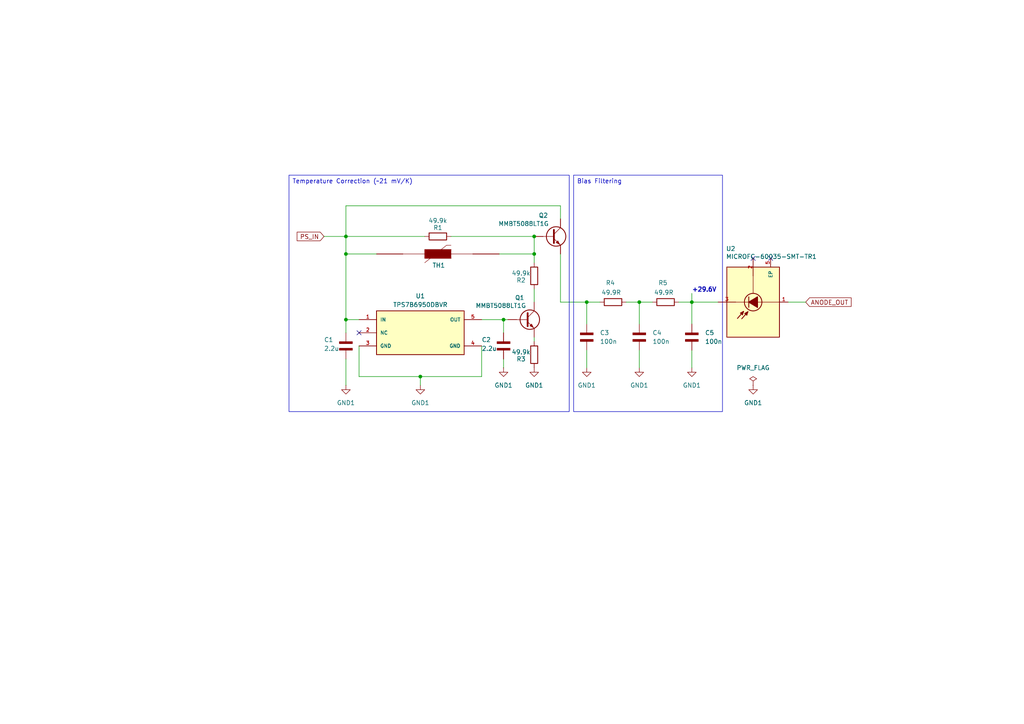
<source format=kicad_sch>
(kicad_sch (version 20250114) (generator "eeschema") (generator_version "9.0")
  (paper "A4")
  (title_block (title "SiPM Board") (date "2025-09-07") (rev "0.2.3") (company "Vadym Vikulin") (comment 7 "Temperature Correction (~21 mV/K)"))
  (lib_symbols
    (symbol "CL10B104KC8NNNC:CL10B104KC8NNNC" (pin_numbers (hide yes)) (pin_names (offset 1.016))
      (property "Reference" "C" (at 0 3.8109 0))
      (property "Value" "CL10B104KC8NNNC" (at 0 -5.0885 0))
      (symbol "CL10B104KC8NNNC_0_0"
        (rectangle (start 0 -1.9069) (end 0.635 1.905) (stroke (width 0.1)) (fill (type outline)))
        (rectangle (start 1.9069 -1.9069) (end 2.54 1.905) (stroke (width 0.1)) (fill (type outline)))
        (pin passive line (at -2.54 0 0) (length 2.54) (name "~") (number "1"))
        (pin passive line (at 5.08 0 180) (length 2.54) (name "~") (number "2"))
      )
    )
    (symbol "CL10B104KC8NNNC_1" (pin_numbers (hide yes)) (pin_names (offset 1.016))
      (property "Reference" "C" (at 0 3.8109 0))
      (property "Value" "CL10B104KC8NNNC" (at 0 -5.0885 0))
      (symbol "CL10B104KC8NNNC_1_0_0"
        (rectangle (start 0 -1.9069) (end 0.635 1.905) (stroke (width 0.1)) (fill (type outline)))
        (rectangle (start 1.9069 -1.9069) (end 2.54 1.905) (stroke (width 0.1)) (fill (type outline)))
        (pin passive line (at -2.54 0 0) (length 2.54) (name "~") (number "1"))
        (pin passive line (at 5.08 0 180) (length 2.54) (name "~") (number "2"))
      )
    )
    (symbol "CL10B104KC8NNNC_2" (pin_numbers (hide yes)) (pin_names (offset 1.016))
      (property "Reference" "C" (at 0 3.8109 0))
      (property "Value" "CL10B104KC8NNNC" (at 0 -5.0885 0))
      (symbol "CL10B104KC8NNNC_2_0_0"
        (rectangle (start 0 -1.9069) (end 0.635 1.905) (stroke (width 0.1)) (fill (type outline)))
        (rectangle (start 1.9069 -1.9069) (end 2.54 1.905) (stroke (width 0.1)) (fill (type outline)))
        (pin passive line (at -2.54 0 0) (length 2.54) (name "~") (number "1"))
        (pin passive line (at 5.08 0 180) (length 2.54) (name "~") (number "2"))
      )
    )
    (symbol "CL21A475KBQNNNE:CL21A475KBQNNNE" (pin_numbers (hide yes)) (pin_names (offset 1.016))
      (property "Reference" "C" (at 0 3.81 0))
      (property "Value" "CL21A475KBQNNNE" (at 0 -5.08 0))
      (symbol "CL21A475KBQNNNE_0_0"
        (rectangle (start 0 -1.905) (end 0.635 1.905) (stroke (width 0.1)) (fill (type outline)))
        (rectangle (start 1.905 -1.905) (end 2.54 1.905) (stroke (width 0.1)) (fill (type outline)))
        (pin passive line (at -2.54 0 0) (length 2.54) (name "~") (number "2"))
        (pin passive line (at 5.08 0 180) (length 2.54) (name "~") (number "1"))
      )
    )
    (symbol "CL21A475KBQNNNE_1" (pin_numbers (hide yes)) (pin_names (offset 1.016))
      (property "Reference" "C" (at 0 3.81 0))
      (property "Value" "CL21A475KBQNNNE" (at 0 -5.08 0))
      (symbol "CL21A475KBQNNNE_1_0_0"
        (rectangle (start 0 -1.905) (end 0.635 1.905) (stroke (width 0.1)) (fill (type outline)))
        (rectangle (start 1.905 -1.905) (end 2.54 1.905) (stroke (width 0.1)) (fill (type outline)))
        (pin passive line (at -2.54 0 0) (length 2.54) (name "~") (number "2"))
        (pin passive line (at 5.08 0 180) (length 2.54) (name "~") (number "1"))
      )
    )
    (symbol "Device:R" (pin_numbers (hide yes)) (pin_names (offset 0))
      (property "Reference" "R" (at 2.032 0 90))
      (property "Value" "R" (at 0 0 90))
      (symbol "R_0_1"
        (rectangle (start -1.016 -2.54) (end 1.016 2.54) (stroke (width 0.254)))
      )
      (symbol "R_1_1"
        (pin passive line (at 0 3.81 270) (length 1.27) (name "~") (number "1"))
        (pin passive line (at 0 -3.81 90) (length 1.27) (name "~") (number "2"))
      )
    )
    (symbol "MICROFC-60035-SMT-TR1:MICROFC-60035-SMT-TR1" (pin_names (offset 1.016))
      (property "Reference" "U" (at -10.16 7.874 0))
      (property "Value" "MICROFC-60035-SMT-TR1" (at -10.16 -9.144 0))
      (symbol "MICROFC-60035-SMT-TR1_0_0"
        (rectangle (start -10.16 -7.62) (end 10.16 7.62) (stroke (width 0.254)) (fill (type background)))
        (polyline (pts (xy -3.7592 1.8542) (xy -3.2766 2.413)) (stroke (width 0.254)))
        (polyline (pts (xy -3.7592 1.8542) (xy -3.0226 1.8288)) (stroke (width 0.254)))
        (polyline (pts (xy -3.6576 3.0988) (xy -3.175 3.6576)) (stroke (width 0.254)))
        (polyline (pts (xy -3.6576 3.0988) (xy -2.921 3.0734)) (stroke (width 0.254)))
        (polyline (pts (xy -3.3528 2.2352) (xy -3.2004 2.0066)) (stroke (width 0.254)))
        (polyline (pts (xy -3.2766 2.413) (xy -2.794 1.524)) (stroke (width 0.254)))
        (polyline (pts (xy -3.2512 3.4798) (xy -3.0988 3.2512)) (stroke (width 0.254)))
        (polyline (pts (xy -3.175 3.6576) (xy -2.6924 2.7686)) (stroke (width 0.254)))
        (polyline (pts (xy -3.0226 1.8288) (xy -3.0226 1.9558)) (stroke (width 0.254)))
        (polyline (pts (xy -2.921 3.0734) (xy -2.921 3.2004)) (stroke (width 0.254)))
        (polyline (pts (xy -2.794 1.524) (xy -4.826 3.302)) (stroke (width 0.254)))
        (polyline (pts (xy -2.794 1.524) (xy -3.7592 1.8542)) (stroke (width 0.254)))
        (polyline (pts (xy -2.6924 2.7686) (xy -4.7244 4.5466)) (stroke (width 0.254)))
        (polyline (pts (xy -2.6924 2.7686) (xy -3.6576 3.0988)) (stroke (width 0.254)))
        (polyline (pts (xy -1.524 1.27) (xy 0 1.27)) (stroke (width 0.254)))
        (polyline (pts (xy -1.524 -1.27) (xy 0 -1.27)) (stroke (width 0.254)))
        (polyline (pts (xy 0 5.08) (xy 0 1.27)) (stroke (width 0.1524)))
        (polyline (pts (xy 0 1.27) (xy -1.524 -1.27)) (stroke (width 0.254)))
        (polyline (pts (xy 0 1.27) (xy 1.524 1.27)) (stroke (width 0.254)))
        (polyline (pts (xy 0 1.27) (xy -1.524 -1.27) (xy 1.524 -1.27) (xy 0 1.27)) (stroke (width 0.254)) (fill (type outline)))
        (circle (center 0 0) (radius 2.54) (stroke (width 0.254)))
        (polyline (pts (xy 0 -1.27) (xy 0 -7.62)) (stroke (width 0.1524)))
        (polyline (pts (xy 0 -1.27) (xy 1.524 -1.27)) (stroke (width 0.254)))
        (polyline (pts (xy 1.524 -1.27) (xy 0 1.27)) (stroke (width 0.254)))
        (polyline (pts (xy 2.54 0) (xy 7.62 0)) (stroke (width 0.1524)))
        (pin passive line (at 0 10.16 270) (length 5.08) (name "~") (number "3"))
        (pin passive line (at 0 -10.16 90) (length 2.54) (name "~") (number "1"))
        (pin passive line (at 12.7 0 180) (length 5.08) (name "~") (number "2"))
        (pin power_in line (at 12.7 -5.08 180) (length 2.54) (name "EP") (number "5"))
      )
    )
    (symbol "NPN_1" (pin_numbers (hide yes)) (pin_names (offset 0) (hide yes))
      (property "Reference" "Q" (at -2.54 7.62 0))
      (property "Value" "NPN" (at -2.54 5.08 0))
      (symbol "NPN_1_0_1"
        (polyline (pts (xy -2.54 0) (xy 0.635 0)) (stroke (width 0.1524)))
        (polyline (pts (xy 0.635 1.905) (xy 0.635 -1.905) (xy 0.635 -1.905)) (stroke (width 0.508)))
        (polyline (pts (xy 0.635 0.635) (xy 2.54 2.54)))
        (polyline (pts (xy 0.635 -0.635) (xy 2.54 -2.54) (xy 2.54 -2.54)))
        (circle (center 1.27 0) (radius 2.8194) (stroke (width 0.254)))
        (polyline (pts (xy 1.27 -1.778) (xy 1.778 -1.27) (xy 2.286 -2.286) (xy 1.27 -1.778) (xy 1.27 -1.778)) (fill (type outline)))
        (polyline (pts (xy 2.794 -1.27) (xy 2.794 -1.27)) (stroke (width 0.1524)))
        (polyline (pts (xy 2.794 -1.27) (xy 2.794 -1.27)) (stroke (width 0.1524)))
      )
      (symbol "NPN_1_1_1"
        (pin input line (at -5.08 0 0) (length 2.54) (name "B") (number "2"))
        (pin open_collector line (at 2.54 5.08 270) (length 2.54) (name "C") (number "1"))
        (pin open_emitter line (at 2.54 -5.08 90) (length 2.54) (name "E") (number "3"))
      )
    )
    (symbol "NTCS0603E3103FLT:NTCS0603E3103FLT" (pin_numbers (hide yes)) (pin_names (offset 0.254) (hide yes))
      (property "Reference" "U" (at 17.78 10.16 0))
      (property "Value" "NTCS0603E3103FLT" (at 17.78 7.62 0))
      (symbol "NTCS0603E3103FLT_0_1"
        (polyline (pts (xy 13.97 1.27) (xy 13.97 -1.27)) (stroke (width 0.127)))
        (polyline (pts (xy 13.97 1.27) (xy 21.59 1.27) (xy 21.59 -1.27) (xy 13.97 -1.27)) (fill (type outline)))
        (polyline (pts (xy 13.97 -1.27) (xy 21.59 -1.27)) (stroke (width 0.127)))
        (polyline (pts (xy 15.24 -2.54) (xy 13.97 -2.54)) (stroke (width 0.127)))
        (polyline (pts (xy 15.24 -2.54) (xy 21.59 2.54)) (stroke (width 0.127)))
        (polyline (pts (xy 21.59 1.27) (xy 13.97 1.27)) (stroke (width 0.127)))
        (polyline (pts (xy 21.59 -1.27) (xy 21.59 1.27)) (stroke (width 0.127)))
        (polyline (pts (xy 27.94 0) (xy 7.62 0)) (stroke (width 0.127)))
        (pin unspecified line (at 0 0 0) (length 7.62) (name "1") (number "1"))
        (pin unspecified line (at 35.56 0 180) (length 7.62) (name "2") (number "2"))
      )
    )
    (symbol "Simulation_SPICE:NPN" (pin_numbers (hide yes)) (pin_names (offset 0) (hide yes))
      (property "Reference" "Q" (at -2.54 7.62 0))
      (property "Value" "NPN" (at -2.54 5.08 0))
      (symbol "NPN_0_1"
        (polyline (pts (xy -2.54 0) (xy 0.635 0)) (stroke (width 0.1524)))
        (polyline (pts (xy 0.635 1.905) (xy 0.635 -1.905) (xy 0.635 -1.905)) (stroke (width 0.508)))
        (polyline (pts (xy 0.635 0.635) (xy 2.54 2.54)))
        (polyline (pts (xy 0.635 -0.635) (xy 2.54 -2.54) (xy 2.54 -2.54)))
        (circle (center 1.27 0) (radius 2.8194) (stroke (width 0.254)))
        (polyline (pts (xy 1.27 -1.778) (xy 1.778 -1.27) (xy 2.286 -2.286) (xy 1.27 -1.778) (xy 1.27 -1.778)) (fill (type outline)))
        (polyline (pts (xy 2.794 -1.27) (xy 2.794 -1.27)) (stroke (width 0.1524)))
        (polyline (pts (xy 2.794 -1.27) (xy 2.794 -1.27)) (stroke (width 0.1524)))
      )
      (symbol "NPN_1_1"
        (pin input line (at -5.08 0 0) (length 2.54) (name "B") (number "2"))
        (pin open_collector line (at 2.54 5.08 270) (length 2.54) (name "C") (number "1"))
        (pin open_emitter line (at 2.54 -5.08 90) (length 2.54) (name "E") (number "3"))
      )
    )
    (symbol "TPS7B6950QDCYRQ1:TPS7B6950QDCYRQ1" (pin_names (offset 1.016))
      (property "Reference" "VR3" (at 0 10.16 0))
      (property "Value" "TPS7B6950DBVR" (at 0 7.62 0))
      (symbol "TPS7B6950QDCYRQ1_0_0"
        (rectangle (start -12.7 -7.62) (end 12.7 5.08) (stroke (width 0.254)) (fill (type background)))
        (pin input line (at -17.78 2.54 0) (length 5.08) (name "IN") (number "1"))
      )
      (symbol "TPS7B6950QDCYRQ1_1_0"
        (pin input line (at -17.78 -1.27 0) (length 5.08) (name "NC") (number "2"))
        (pin power_in line (at -17.78 -5.08 0) (length 5.08) (name "GND") (number "3"))
        (pin output line (at 17.78 2.54 180) (length 5.08) (name "OUT") (number "5"))
        (pin power_in line (at 17.78 -5.08 180) (length 5.08) (name "GND") (number "4"))
      )
    )
    (symbol "power:GND" (power) (pin_numbers (hide yes)) (pin_names (offset 0) (hide yes))
      (property "Value" "GND" (at 0 -3.81 0))
      (symbol "GND_0_1"
        (polyline (pts (xy 0 0) (xy 0 -1.27) (xy 1.27 -1.27) (xy 0 -2.54) (xy -1.27 -1.27) (xy 0 -1.27)))
      )
      (symbol "GND_1_1"
        (pin power_in line (at 0 0 270) (length 0) (name "~") (number "1"))
      )
    )
    (symbol "power:PWR_FLAG" (power) (pin_numbers (hide yes)) (pin_names (offset 0) (hide yes))
      (property "Value" "PWR_FLAG" (at 0 3.81 0))
      (symbol "PWR_FLAG_0_0"
        (pin power_out line (at 0 0 90) (length 0) (name "~") (number "1"))
      )
      (symbol "PWR_FLAG_0_1"
        (polyline (pts (xy 0 0) (xy 0 1.27) (xy -1.016 1.905) (xy 0 2.54) (xy 1.016 1.905) (xy 0 1.27)))
      )
    )
  )
  (text_box "Bias Filtering" (at 166.37 50.8 0) (size 43.18 68.58) (margins 0.9525 0.9525 0.9525 0.9525) (effects (font (size 1.27 1.27)) (justify left top)))
  (text_box "Temperature Correction (~21 mV/K)" (at 83.82 50.8 0) (size 81.28 68.58) (margins 0.9525 0.9525 0.9525 0.9525) (effects (font (size 1.27 1.27)) (justify left top)))
  (junction (at 200.66 87.63))
  (junction (at 100.33 68.58))
  (junction (at 154.94 73.66))
  (junction (at 154.94 68.58))
  (junction (at 100.33 73.66))
  (junction (at 170.18 87.63))
  (junction (at 121.92 109.22))
  (junction (at 146.05 92.71))
  (junction (at 100.33 92.71))
  (junction (at 185.42 87.63))
  (no_connect (at 104.14 96.52))
  (no_connect (at 223.52 74.93))
  (no_connect (at 218.44 74.93))
  (wire (pts (xy 144.78 73.66) (xy 154.94 73.66)))
  (wire (pts (xy 100.33 68.58) (xy 123.19 68.58)))
  (wire (pts (xy 100.33 104.14) (xy 100.33 111.76)))
  (wire (pts (xy 181.61 87.63) (xy 185.42 87.63)))
  (wire (pts (xy 200.66 101.6) (xy 200.66 106.68)))
  (wire (pts (xy 154.94 83.82) (xy 154.94 87.63)))
  (wire (pts (xy 139.7 109.22) (xy 139.7 100.33)))
  (wire (pts (xy 100.33 73.66) (xy 109.22 73.66)))
  (wire (pts (xy 200.66 85.09) (xy 200.66 87.63)))
  (wire (pts (xy 100.33 92.71) (xy 104.14 92.71)))
  (wire (pts (xy 139.7 92.71) (xy 146.05 92.71)))
  (wire (pts (xy 147.32 92.71) (xy 146.05 92.71)))
  (wire (pts (xy 104.14 100.33) (xy 104.14 109.22)))
  (wire (pts (xy 173.99 87.63) (xy 170.18 87.63)))
  (wire (pts (xy 170.18 101.6) (xy 170.18 106.68)))
  (wire (pts (xy 185.42 87.63) (xy 185.42 93.98)))
  (wire (pts (xy 130.81 68.58) (xy 154.94 68.58)))
  (wire (pts (xy 93.98 68.58) (xy 100.33 68.58)))
  (wire (pts (xy 100.33 59.69) (xy 100.33 68.58)))
  (wire (pts (xy 200.66 87.63) (xy 208.28 87.63)))
  (wire (pts (xy 200.66 87.63) (xy 196.85 87.63)))
  (wire (pts (xy 154.94 68.58) (xy 154.94 73.66)))
  (wire (pts (xy 154.94 73.66) (xy 154.94 76.2)))
  (wire (pts (xy 104.14 109.22) (xy 121.92 109.22)))
  (wire (pts (xy 121.92 109.22) (xy 139.7 109.22)))
  (wire (pts (xy 162.56 59.69) (xy 162.56 63.5)))
  (wire (pts (xy 100.33 73.66) (xy 100.33 92.71)))
  (wire (pts (xy 162.56 59.69) (xy 100.33 59.69)))
  (wire (pts (xy 185.42 87.63) (xy 189.23 87.63)))
  (wire (pts (xy 100.33 96.52) (xy 100.33 92.71)))
  (wire (pts (xy 146.05 92.71) (xy 146.05 96.52)))
  (wire (pts (xy 121.92 111.76) (xy 121.92 109.22)))
  (wire (pts (xy 100.33 68.58) (xy 100.33 73.66)))
  (wire (pts (xy 228.6 87.63) (xy 233.68 87.63)))
  (wire (pts (xy 200.66 93.98) (xy 200.66 87.63)))
  (wire (pts (xy 146.05 104.14) (xy 146.05 106.68)))
  (wire (pts (xy 170.18 87.63) (xy 162.56 87.63)))
  (wire (pts (xy 162.56 87.63) (xy 162.56 73.66)))
  (wire (pts (xy 154.94 99.06) (xy 154.94 97.79)))
  (wire (pts (xy 170.18 87.63) (xy 170.18 93.98)))
  (wire (pts (xy 185.42 106.68) (xy 185.42 101.6)))
  (label "+29.6V" (at 200.66 85.09 0) (effects (font (thickness 0.254) (bold yes))))
  (global_label "PS_IN" (shape input) (at 93.98 68.58 180) (property "Intersheetrefs" "${INTERSHEET_REFS}" (effects (hide yes))))
  (global_label "ANODE_OUT" (shape input) (at 233.68 87.63 0) (property "Intersheetrefs" "${INTERSHEET_REFS}" (effects (hide yes))))
  (symbol (lib_id "power:GND") (at 100.33 111.76 0) (unit 1)
    (property "Reference" "#PWR0108" (effects (hide yes)))
    (property "Value" "GND1" (at 100.33 116.84 0))
    (property "Description" "Power symbol creates a global label with name \"GND\" , ground" (effects (hide yes)))
  )
  (symbol (lib_name "CL21A475KBQNNNE_1") (lib_id "CL21A475KBQNNNE:CL21A475KBQNNNE") (at 146.05 101.6 90) (unit 1)
    (property "Reference" "C2" (at 139.7 98.552 90) (effects (justify right)))
    (property "Value" "2.2u" (at 139.7 101.092 90) (effects (justify right)))
    (property "Footprint" "Capacitor_SMD:C_0603_1608Metric" (effects (hide yes)))
    (property "MF" "Samsung Electro-Mechanics" (effects (hide yes)))
    (property "Description_1" "Multilayer Ceramic Capacitors MLCC - SMD/SMT 2.2uF+/-10% 50V X5R 1608 " (effects (hide yes)))
    (property "Package" "0603" (effects (hide yes)))
    (property "Price" "None" (effects (hide yes)))
    (property "SnapEDA_Link" "https://www.snapeda.com/parts/CL10A225KB8NNNC/Samsung%20Electro-Mechanics/datasheet/" (effects (hide yes)))
    (property "MP" "CL10A225KB8NNNC" (effects (hide yes)))
    (property "Check_prices" "https://www.snapeda.com/parts/CL10A225KB8NNNC/Samsung%20Electro-Mechanics/datasheet/" (effects (hide yes)))
  )
  (symbol (lib_name "NPN_1") (lib_id "Simulation_SPICE:NPN") (at 152.4 92.71 0) (unit 1)
    (property "Reference" "Q1" (at 149.352 86.36 0) (effects (justify left)))
    (property "Value" "MMBT5088LT1G" (at 137.922 88.646 0) (effects (justify left)))
    (property "Footprint" "MMBT5088LT1G:SOT95P237X111-3N" (effects (hide yes)))
    (property "Datasheet" "https://ngspice.sourceforge.io/docs/ngspice-html-manual/manual.xhtml#cha_BJTs" (effects (hide yes)))
    (property "Description" "Bipolar transistor symbol for simulation only, substrate tied to the emitter" (effects (hide yes)))
    (property "Sim.Device" "NPN" (effects (hide yes)))
    (property "Sim.Type" "GUMMELPOON" (effects (hide yes)))
    (property "Sim.Pins" "1=C 2=B 3=E" (effects (hide yes)))
    (property "Package" "SOT95P237X111-3N" (effects (hide yes)))
    (property "MP" "MMBT5088LT1G" (effects (hide yes)))
  )
  (symbol (lib_id "power:GND") (at 121.92 111.76 0) (unit 1)
    (property "Reference" "#PWR0107" (effects (hide yes)))
    (property "Value" "GND1" (at 121.92 116.84 0))
    (property "Description" "Power symbol creates a global label with name \"GND\" , ground" (effects (hide yes)))
  )
  (symbol (lib_id "power:GND") (at 170.18 106.68 0) (unit 1)
    (property "Reference" "#PWR0103" (effects (hide yes)))
    (property "Value" "GND1" (at 170.18 111.76 0))
    (property "Description" "Power symbol creates a global label with name \"GND\" , ground" (effects (hide yes)))
  )
  (symbol (lib_id "NTCS0603E3103FLT:NTCS0603E3103FLT") (at 144.78 73.66 180) (unit 1)
    (property "Reference" "TH1" (at 127.254 76.962 0))
    (property "Value" "Thermistor_PTC" (effects (hide yes)))
    (property "Footprint" "NTCS0603E3103FLT:NTCS0603E3103FLT" (effects (hide yes)))
    (property "Datasheet" "NTCS0603E3103FLT" (effects (hide yes)))
    (property "Description" "Temperature dependent resistor, positive temperature coefficient" (effects (hide yes)))
    (property "MP" "NTCS0603E3103FLT" (effects (hide yes)))
    (property "Package" "0603" (effects (hide yes)))
  )
  (symbol (lib_id "CL10B104KC8NNNC:CL10B104KC8NNNC") (at 200.66 99.06 90) (unit 1)
    (property "Reference" "C5" (at 204.47 96.5199 90) (effects (justify right)))
    (property "Value" "100n" (at 204.47 99.0599 90) (effects (justify right)))
    (property "Footprint" "CL10B104KC8NNNC:CAPC1608X90N" (effects (hide yes)))
    (property "MF" "Samsung" (effects (hide yes)))
    (property "MAXIMUM_PACKAGE_HEIGHT" "0.9 mm" (effects (hide yes)))
    (property "Package" "0603 Samsung" (effects (hide yes)))
    (property "Price" "None" (effects (hide yes)))
    (property "Check_prices" "https://www.snapeda.com/parts/CL10B104KC8NNNC/Samsung/view-part/?ref=eda" (effects (hide yes)))
    (property "STANDARD" "IPC-7351B" (effects (hide yes)))
    (property "PARTREV" "NA" (effects (hide yes)))
    (property "SnapEDA_Link" "https://www.snapeda.com/parts/CL10B104KC8NNNC/Samsung/view-part/?ref=snap" (effects (hide yes)))
    (property "MP" "CL10B104KC8NNNC" (effects (hide yes)))
    (property "Description_1" "\n                        \n                            0.1 µF ±10% 100V Ceramic Capacitor X7R 0603 (1608 Metric)\n                        \n" (effects (hide yes)))
    (property "Availability" "In Stock" (effects (hide yes)))
    (property "MANUFACTURER" "Samsung" (effects (hide yes)))
  )
  (symbol (lib_id "Simulation_SPICE:NPN") (at 160.02 68.58 0) (unit 1)
    (property "Reference" "Q2" (at 156.21 62.484 0) (effects (justify left)))
    (property "Value" "MMBT5088LT1G" (at 144.526 64.8971 0) (effects (justify left)))
    (property "Footprint" "MMBT5088LT1G:SOT95P237X111-3N" (effects (hide yes)))
    (property "Datasheet" "https://ngspice.sourceforge.io/docs/ngspice-html-manual/manual.xhtml#cha_BJTs" (effects (hide yes)))
    (property "Description" "Bipolar transistor symbol for simulation only, substrate tied to the emitter" (effects (hide yes)))
    (property "Sim.Device" "NPN" (effects (hide yes)))
    (property "Sim.Type" "GUMMELPOON" (effects (hide yes)))
    (property "Sim.Pins" "1=C 2=B 3=E" (effects (hide yes)))
    (property "Package" "SOT95P237X111-3N" (effects (hide yes)))
    (property "MP" "MMBT5088LT1G" (effects (hide yes)))
  )
  (symbol (lib_id "power:GND") (at 154.94 106.68 0) (unit 1)
    (property "Reference" "#PWR0105" (effects (hide yes)))
    (property "Value" "GND1" (at 154.94 111.76 0))
    (property "Description" "Power symbol creates a global label with name \"GND\" , ground" (effects (hide yes)))
  )
  (symbol (lib_id "Device:R") (at 154.94 80.01 180) (unit 1)
    (property "Reference" "R2" (at 151.13 81.28 0))
    (property "Value" "49.9k" (at 151.13 79.248 0))
    (property "Footprint" "ERJ3EKF4992V:RES_ERJ3EKF4992V" (effects (hide yes)))
    (property "Description" "Resistor" (effects (hide yes)))
    (property "MP" "ERJ3EKF4992V" (effects (hide yes)))
    (property "Package" "0603" (effects (hide yes)))
  )
  (symbol (lib_id "power:PWR_FLAG") (at 218.44 111.76 0) (unit 1)
    (property "Reference" "#FLG0101" (effects (hide yes)))
    (property "Value" "PWR_FLAG" (at 218.44 106.68 0))
    (property "Description" "Special symbol for telling ERC where power comes from" (effects (hide yes)))
  )
  (symbol (lib_id "CL21A475KBQNNNE:CL21A475KBQNNNE") (at 100.33 101.6 90) (unit 1)
    (property "Reference" "C1" (at 93.98 98.552 90) (effects (justify right)))
    (property "Value" "2.2u" (at 93.98 101.092 90) (effects (justify right)))
    (property "Footprint" "Capacitor_SMD:C_0603_1608Metric" (effects (hide yes)))
    (property "MF" "Samsung Electro-Mechanics" (effects (hide yes)))
    (property "Description_1" "Multilayer Ceramic Capacitors MLCC - SMD/SMT 2.2uF+/-10% 50V X5R 1608 " (effects (hide yes)))
    (property "Package" "0603" (effects (hide yes)))
    (property "Price" "None" (effects (hide yes)))
    (property "SnapEDA_Link" "https://www.snapeda.com/parts/CL10A225KB8NNNC/Samsung%20Electro-Mechanics/datasheet/" (effects (hide yes)))
    (property "MP" "CL10A225KB8NNNC" (effects (hide yes)))
    (property "Check_prices" "https://www.snapeda.com/parts/CL10A225KB8NNNC/Samsung%20Electro-Mechanics/datasheet/" (effects (hide yes)))
  )
  (symbol (lib_id "power:GND") (at 200.66 106.68 0) (unit 1)
    (property "Reference" "#PWR0101" (effects (hide yes)))
    (property "Value" "GND1" (at 200.66 111.76 0))
    (property "Description" "Power symbol creates a global label with name \"GND\" , ground" (effects (hide yes)))
  )
  (symbol (lib_id "Device:R") (at 193.04 87.63 90) (unit 1)
    (property "Reference" "R5" (at 192.278 82.042 90))
    (property "Value" "49.9R" (at 192.532 84.836 90))
    (property "Footprint" "ERJ3EKF49R9V:RES_ERJ3EKF49R9V" (effects (hide yes)))
    (property "Description" "Resistor" (effects (hide yes)))
    (property "MP" "ERJ3EKF49R9V" (effects (hide yes)))
    (property "Package" "0603" (effects (hide yes)))
  )
  (symbol (lib_id "Device:R") (at 154.94 102.87 180) (unit 1)
    (property "Reference" "R3" (at 151.13 104.14 0))
    (property "Value" "49.9k" (at 151.13 102.108 0))
    (property "Footprint" "ERJ3EKF4992V:RES_ERJ3EKF4992V" (effects (hide yes)))
    (property "Description" "Resistor" (effects (hide yes)))
    (property "MP" "ERJ3EKF4992V" (effects (hide yes)))
    (property "Package" "0603" (effects (hide yes)))
  )
  (symbol (lib_id "MICROFC-60035-SMT-TR1:MICROFC-60035-SMT-TR1") (at 218.44 87.63 90) (unit 1)
    (property "Reference" "U2" (at 210.566 72.136 90) (effects (justify right)))
    (property "Value" "MICROFC-60035-SMT-TR1" (at 210.566 74.422 90) (effects (justify right)))
    (property "Footprint" "MICROFC-60035-SMT-TR1:XDCR_MICROFC-60035-SMT-TR1" (effects (hide yes)))
    (property "MF" "ON Semiconductor" (effects (hide yes)))
    (property "Description_1" "\n                        \n                            Photodiode 420nm 1ns - 4-SMD, No Lead\n                        \n" (effects (hide yes)))
    (property "Package" "SMD-4 ON Semiconductor" (effects (hide yes)))
    (property "Price" "None" (effects (hide yes)))
    (property "Check_prices" "https://www.snapeda.com/parts/MICROFC-60035-SMT-TR1/Onsemi/view-part/?ref=eda" (effects (hide yes)))
    (property "STANDARD" "Manufacturer Recommendations" (effects (hide yes)))
    (property "PARTREV" "31 JUL 2018" (effects (hide yes)))
    (property "SnapEDA_Link" "https://www.snapeda.com/parts/MICROFC-60035-SMT-TR1/Onsemi/view-part/?ref=snap" (effects (hide yes)))
    (property "MP" "MICROFC-60035-SMT-TR1" (effects (hide yes)))
    (property "Availability" "In Stock" (effects (hide yes)))
    (property "MANUFACTURER" "ONSEMI" (effects (hide yes)))
  )
  (symbol (lib_id "Device:R") (at 177.8 87.63 90) (unit 1)
    (property "Reference" "R4" (at 177.038 82.042 90))
    (property "Value" "49.9R" (at 177.292 84.836 90))
    (property "Footprint" "ERJ3EKF49R9V:RES_ERJ3EKF49R9V" (effects (hide yes)))
    (property "Description" "Resistor" (effects (hide yes)))
    (property "MP" "ERJ3EKF49R9V" (effects (hide yes)))
    (property "Package" "0603" (effects (hide yes)))
  )
  (symbol (lib_id "power:GND") (at 218.44 111.76 0) (unit 1)
    (property "Reference" "#PWR0102" (effects (hide yes)))
    (property "Value" "GND1" (at 218.44 116.84 0))
    (property "Description" "Power symbol creates a global label with name \"GND\" , ground" (effects (hide yes)))
  )
  (symbol (lib_name "CL10B104KC8NNNC_1") (lib_id "CL10B104KC8NNNC:CL10B104KC8NNNC") (at 170.18 99.06 90) (unit 1)
    (property "Reference" "C3" (at 173.99 96.5199 90) (effects (justify right)))
    (property "Value" "100n" (at 173.99 99.0599 90) (effects (justify right)))
    (property "Footprint" "CL10B104KC8NNNC:CAPC1608X90N" (effects (hide yes)))
    (property "MF" "Samsung" (effects (hide yes)))
    (property "MAXIMUM_PACKAGE_HEIGHT" "0.9 mm" (effects (hide yes)))
    (property "Package" "0603 Samsung" (effects (hide yes)))
    (property "Price" "None" (effects (hide yes)))
    (property "Check_prices" "https://www.snapeda.com/parts/CL10B104KC8NNNC/Samsung/view-part/?ref=eda" (effects (hide yes)))
    (property "STANDARD" "IPC-7351B" (effects (hide yes)))
    (property "PARTREV" "NA" (effects (hide yes)))
    (property "SnapEDA_Link" "https://www.snapeda.com/parts/CL10B104KC8NNNC/Samsung/view-part/?ref=snap" (effects (hide yes)))
    (property "MP" "CL10B104KC8NNNC" (effects (hide yes)))
    (property "Description_1" "\n                        \n                            0.1 µF ±10% 100V Ceramic Capacitor X7R 0603 (1608 Metric)\n                        \n" (effects (hide yes)))
    (property "Availability" "In Stock" (effects (hide yes)))
    (property "MANUFACTURER" "Samsung" (effects (hide yes)))
  )
  (symbol (lib_id "TPS7B6950QDCYRQ1:TPS7B6950QDCYRQ1") (at 121.92 95.25 0) (unit 1)
    (property "Reference" "U1" (at 121.92 85.852 0))
    (property "Value" "TPS7B6950DBVR" (at 121.92 88.392 0))
    (property "Footprint" "TPS7B6950DBVR:SOT95P280X145-5N" (effects (hide yes)))
    (property "Package" "SOT-223-4 Texas Instruments" (effects (hide yes)))
    (property "MP" "TPS7B6950DBVR" (effects (hide yes)))
    (property "Description_1" "high-PSRR, low-IQ, low-dropout voltage regulator" (effects (hide yes)))
  )
  (symbol (lib_id "power:GND") (at 185.42 106.68 0) (unit 1)
    (property "Reference" "#PWR0104" (effects (hide yes)))
    (property "Value" "GND1" (at 185.42 111.76 0))
    (property "Description" "Power symbol creates a global label with name \"GND\" , ground" (effects (hide yes)))
  )
  (symbol (lib_id "power:GND") (at 146.05 106.68 0) (unit 1)
    (property "Reference" "#PWR0106" (effects (hide yes)))
    (property "Value" "GND1" (at 146.05 111.76 0))
    (property "Description" "Power symbol creates a global label with name \"GND\" , ground" (effects (hide yes)))
  )
  (symbol (lib_id "Device:R") (at 127 68.58 90) (unit 1)
    (property "Reference" "R1" (at 127 66.04 90))
    (property "Value" "49.9k" (at 127 64.008 90))
    (property "Footprint" "ERJ3EKF4992V:RES_ERJ3EKF4992V" (effects (hide yes)))
    (property "Description" "Resistor" (effects (hide yes)))
    (property "MP" "ERJ3EKF4992V" (effects (hide yes)))
    (property "Package" "0603" (effects (hide yes)))
  )
  (symbol (lib_name "CL10B104KC8NNNC_2") (lib_id "CL10B104KC8NNNC:CL10B104KC8NNNC") (at 185.42 99.06 90) (unit 1)
    (property "Reference" "C4" (at 189.23 96.5199 90) (effects (justify right)))
    (property "Value" "100n" (at 189.23 99.0599 90) (effects (justify right)))
    (property "Footprint" "CL10B104KC8NNNC:CAPC1608X90N" (effects (hide yes)))
    (property "MF" "Samsung" (effects (hide yes)))
    (property "MAXIMUM_PACKAGE_HEIGHT" "0.9 mm" (effects (hide yes)))
    (property "Package" "0603 Samsung" (effects (hide yes)))
    (property "Price" "None" (effects (hide yes)))
    (property "Check_prices" "https://www.snapeda.com/parts/CL10B104KC8NNNC/Samsung/view-part/?ref=eda" (effects (hide yes)))
    (property "STANDARD" "IPC-7351B" (effects (hide yes)))
    (property "PARTREV" "NA" (effects (hide yes)))
    (property "SnapEDA_Link" "https://www.snapeda.com/parts/CL10B104KC8NNNC/Samsung/view-part/?ref=snap" (effects (hide yes)))
    (property "MP" "CL10B104KC8NNNC" (effects (hide yes)))
    (property "Description_1" "\n                        \n                            0.1 µF ±10% 100V Ceramic Capacitor X7R 0603 (1608 Metric)\n                        \n" (effects (hide yes)))
    (property "Availability" "In Stock" (effects (hide yes)))
    (property "MANUFACTURER" "Samsung" (effects (hide yes)))
  )
)
</source>
